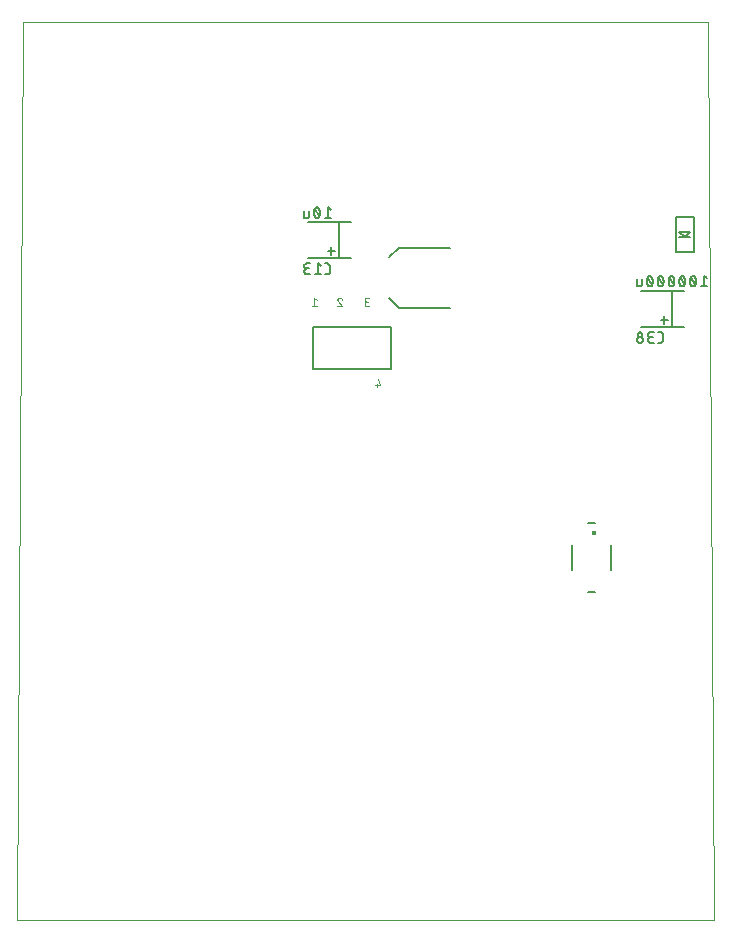
<source format=gbo>
G75*
%MOIN*%
%OFA0B0*%
%FSLAX25Y25*%
%IPPOS*%
%LPD*%
%AMOC8*
5,1,8,0,0,1.08239X$1,22.5*
%
%ADD10C,0.00000*%
%ADD11C,0.00800*%
%ADD12C,0.00400*%
%ADD13C,0.01433*%
%ADD14C,0.00700*%
%ADD15C,0.00500*%
D10*
X0006969Y0009400D02*
X0008937Y0308613D01*
X0237283Y0308613D01*
X0239252Y0009400D01*
X0006969Y0009400D01*
D11*
X0105624Y0192837D02*
X0131424Y0192837D01*
X0131424Y0206837D01*
X0105624Y0206837D01*
X0105624Y0192837D01*
X0130984Y0216447D02*
X0134134Y0213298D01*
X0151063Y0213298D01*
X0151063Y0233376D02*
X0134134Y0233376D01*
X0130984Y0230227D01*
X0197094Y0141534D02*
X0199457Y0141534D01*
X0204772Y0134250D02*
X0204772Y0125983D01*
X0199457Y0118699D02*
X0197094Y0118699D01*
X0191780Y0125983D02*
X0191780Y0134250D01*
D12*
X0127779Y0187459D02*
X0126224Y0187459D01*
X0126690Y0188081D02*
X0126690Y0186837D01*
X0127779Y0187459D02*
X0127157Y0189637D01*
X0124298Y0213837D02*
X0123520Y0213837D01*
X0123464Y0213839D01*
X0123409Y0213845D01*
X0123355Y0213855D01*
X0123301Y0213869D01*
X0123248Y0213886D01*
X0123197Y0213907D01*
X0123147Y0213932D01*
X0123099Y0213961D01*
X0123054Y0213992D01*
X0123011Y0214027D01*
X0122970Y0214065D01*
X0122932Y0214106D01*
X0122897Y0214149D01*
X0122866Y0214194D01*
X0122837Y0214242D01*
X0122812Y0214292D01*
X0122791Y0214343D01*
X0122774Y0214396D01*
X0122760Y0214450D01*
X0122750Y0214504D01*
X0122744Y0214559D01*
X0122742Y0214615D01*
X0122744Y0214671D01*
X0122750Y0214726D01*
X0122760Y0214780D01*
X0122774Y0214834D01*
X0122791Y0214887D01*
X0122812Y0214938D01*
X0122837Y0214988D01*
X0122866Y0215036D01*
X0122897Y0215081D01*
X0122932Y0215124D01*
X0122970Y0215165D01*
X0123011Y0215203D01*
X0123054Y0215238D01*
X0123099Y0215269D01*
X0123147Y0215298D01*
X0123197Y0215323D01*
X0123248Y0215344D01*
X0123301Y0215361D01*
X0123355Y0215375D01*
X0123409Y0215385D01*
X0123464Y0215391D01*
X0123520Y0215393D01*
X0123365Y0215393D02*
X0123987Y0215393D01*
X0123365Y0215393D02*
X0123316Y0215395D01*
X0123268Y0215401D01*
X0123220Y0215410D01*
X0123173Y0215423D01*
X0123127Y0215440D01*
X0123083Y0215461D01*
X0123040Y0215485D01*
X0122999Y0215512D01*
X0122961Y0215542D01*
X0122925Y0215575D01*
X0122892Y0215611D01*
X0122862Y0215649D01*
X0122835Y0215690D01*
X0122811Y0215733D01*
X0122790Y0215777D01*
X0122773Y0215823D01*
X0122760Y0215870D01*
X0122751Y0215918D01*
X0122745Y0215966D01*
X0122743Y0216015D01*
X0122745Y0216064D01*
X0122751Y0216112D01*
X0122760Y0216160D01*
X0122773Y0216207D01*
X0122790Y0216253D01*
X0122811Y0216297D01*
X0122835Y0216340D01*
X0122862Y0216381D01*
X0122892Y0216419D01*
X0122925Y0216455D01*
X0122961Y0216488D01*
X0122999Y0216518D01*
X0123040Y0216545D01*
X0123083Y0216569D01*
X0123127Y0216590D01*
X0123173Y0216607D01*
X0123220Y0216620D01*
X0123268Y0216629D01*
X0123316Y0216635D01*
X0123365Y0216637D01*
X0124298Y0216637D01*
X0115198Y0213874D02*
X0113643Y0213874D01*
X0115198Y0213874D02*
X0113876Y0215430D01*
X0114343Y0216674D02*
X0114399Y0216672D01*
X0114456Y0216667D01*
X0114512Y0216658D01*
X0114567Y0216646D01*
X0114621Y0216630D01*
X0114674Y0216611D01*
X0114726Y0216588D01*
X0114776Y0216563D01*
X0114825Y0216534D01*
X0114872Y0216502D01*
X0114916Y0216467D01*
X0114959Y0216430D01*
X0114999Y0216390D01*
X0115036Y0216348D01*
X0115071Y0216303D01*
X0115102Y0216256D01*
X0115131Y0216207D01*
X0115157Y0216157D01*
X0115179Y0216105D01*
X0115198Y0216052D01*
X0113875Y0215429D02*
X0113840Y0215466D01*
X0113807Y0215504D01*
X0113776Y0215545D01*
X0113749Y0215587D01*
X0113724Y0215632D01*
X0113703Y0215678D01*
X0113684Y0215725D01*
X0113669Y0215773D01*
X0113657Y0215823D01*
X0113649Y0215873D01*
X0113644Y0215923D01*
X0113642Y0215974D01*
X0113643Y0215974D02*
X0113645Y0216024D01*
X0113650Y0216074D01*
X0113659Y0216123D01*
X0113671Y0216171D01*
X0113687Y0216219D01*
X0113706Y0216265D01*
X0113729Y0216309D01*
X0113754Y0216352D01*
X0113783Y0216393D01*
X0113814Y0216432D01*
X0113848Y0216469D01*
X0113885Y0216503D01*
X0113924Y0216534D01*
X0113965Y0216563D01*
X0114008Y0216588D01*
X0114052Y0216611D01*
X0114098Y0216630D01*
X0114146Y0216646D01*
X0114194Y0216658D01*
X0114243Y0216667D01*
X0114293Y0216672D01*
X0114343Y0216674D01*
X0106686Y0216015D02*
X0105908Y0216637D01*
X0105908Y0213837D01*
X0105131Y0213837D02*
X0106686Y0213837D01*
D13*
X0199063Y0138187D03*
D14*
X0214951Y0206953D02*
X0225177Y0206953D01*
X0225177Y0218941D01*
X0229065Y0218941D01*
X0225177Y0218941D02*
X0214951Y0218941D01*
X0222643Y0210541D02*
X0222643Y0208041D01*
X0221393Y0209291D02*
X0223893Y0209291D01*
X0225177Y0206953D02*
X0229065Y0206953D01*
X0118081Y0229843D02*
X0114193Y0229843D01*
X0114193Y0241831D01*
X0118081Y0241831D01*
X0114193Y0241831D02*
X0103967Y0241831D01*
X0110409Y0232181D02*
X0112909Y0232181D01*
X0111659Y0230931D02*
X0111659Y0233431D01*
X0114193Y0229843D02*
X0103967Y0229843D01*
D15*
X0104468Y0228087D02*
X0103301Y0228087D01*
X0103245Y0228085D01*
X0103190Y0228079D01*
X0103136Y0228069D01*
X0103082Y0228055D01*
X0103029Y0228038D01*
X0102978Y0228017D01*
X0102928Y0227992D01*
X0102880Y0227963D01*
X0102835Y0227932D01*
X0102792Y0227897D01*
X0102751Y0227859D01*
X0102713Y0227818D01*
X0102678Y0227775D01*
X0102647Y0227730D01*
X0102618Y0227682D01*
X0102593Y0227632D01*
X0102572Y0227581D01*
X0102555Y0227528D01*
X0102541Y0227474D01*
X0102531Y0227420D01*
X0102525Y0227365D01*
X0102523Y0227309D01*
X0102525Y0227253D01*
X0102531Y0227198D01*
X0102541Y0227144D01*
X0102555Y0227090D01*
X0102572Y0227037D01*
X0102593Y0226986D01*
X0102618Y0226936D01*
X0102647Y0226888D01*
X0102678Y0226843D01*
X0102713Y0226800D01*
X0102751Y0226759D01*
X0102792Y0226721D01*
X0102835Y0226686D01*
X0102880Y0226655D01*
X0102928Y0226626D01*
X0102978Y0226601D01*
X0103029Y0226580D01*
X0103082Y0226563D01*
X0103136Y0226549D01*
X0103190Y0226539D01*
X0103245Y0226533D01*
X0103301Y0226531D01*
X0104079Y0226531D01*
X0103496Y0226531D02*
X0103435Y0226529D01*
X0103374Y0226523D01*
X0103314Y0226514D01*
X0103254Y0226500D01*
X0103196Y0226483D01*
X0103138Y0226463D01*
X0103082Y0226438D01*
X0103028Y0226411D01*
X0102975Y0226380D01*
X0102925Y0226345D01*
X0102876Y0226308D01*
X0102831Y0226268D01*
X0102787Y0226224D01*
X0102747Y0226179D01*
X0102710Y0226130D01*
X0102675Y0226080D01*
X0102644Y0226027D01*
X0102617Y0225973D01*
X0102592Y0225917D01*
X0102572Y0225859D01*
X0102555Y0225801D01*
X0102541Y0225741D01*
X0102532Y0225681D01*
X0102526Y0225620D01*
X0102524Y0225559D01*
X0102526Y0225498D01*
X0102532Y0225437D01*
X0102541Y0225377D01*
X0102555Y0225317D01*
X0102572Y0225259D01*
X0102592Y0225201D01*
X0102617Y0225145D01*
X0102644Y0225091D01*
X0102675Y0225038D01*
X0102710Y0224988D01*
X0102747Y0224939D01*
X0102787Y0224894D01*
X0102831Y0224850D01*
X0102876Y0224810D01*
X0102925Y0224773D01*
X0102975Y0224738D01*
X0103028Y0224707D01*
X0103082Y0224680D01*
X0103138Y0224655D01*
X0103196Y0224635D01*
X0103254Y0224618D01*
X0103314Y0224604D01*
X0103374Y0224595D01*
X0103435Y0224589D01*
X0103496Y0224587D01*
X0104468Y0224587D01*
X0106124Y0224587D02*
X0108068Y0224587D01*
X0107096Y0224587D02*
X0107096Y0228087D01*
X0108068Y0227309D01*
X0109526Y0228087D02*
X0110304Y0228087D01*
X0110360Y0228085D01*
X0110415Y0228079D01*
X0110469Y0228069D01*
X0110523Y0228055D01*
X0110576Y0228038D01*
X0110627Y0228017D01*
X0110677Y0227992D01*
X0110725Y0227963D01*
X0110770Y0227932D01*
X0110813Y0227897D01*
X0110854Y0227859D01*
X0110892Y0227818D01*
X0110927Y0227775D01*
X0110959Y0227730D01*
X0110987Y0227682D01*
X0111012Y0227632D01*
X0111033Y0227581D01*
X0111050Y0227528D01*
X0111064Y0227474D01*
X0111074Y0227420D01*
X0111080Y0227365D01*
X0111082Y0227309D01*
X0111081Y0227309D02*
X0111081Y0225365D01*
X0111082Y0225365D02*
X0111080Y0225312D01*
X0111075Y0225259D01*
X0111066Y0225207D01*
X0111053Y0225155D01*
X0111037Y0225104D01*
X0111018Y0225055D01*
X0110995Y0225007D01*
X0110969Y0224961D01*
X0110940Y0224916D01*
X0110908Y0224874D01*
X0110873Y0224834D01*
X0110835Y0224796D01*
X0110795Y0224761D01*
X0110753Y0224729D01*
X0110708Y0224700D01*
X0110662Y0224674D01*
X0110614Y0224651D01*
X0110565Y0224632D01*
X0110514Y0224616D01*
X0110462Y0224603D01*
X0110410Y0224594D01*
X0110357Y0224589D01*
X0110304Y0224587D01*
X0109526Y0224587D01*
X0109409Y0243337D02*
X0111354Y0243337D01*
X0110381Y0243337D02*
X0110381Y0246837D01*
X0111354Y0246059D01*
X0105809Y0245087D02*
X0105811Y0244986D01*
X0105816Y0244886D01*
X0105825Y0244786D01*
X0105837Y0244686D01*
X0105853Y0244586D01*
X0105872Y0244488D01*
X0105895Y0244390D01*
X0105921Y0244292D01*
X0105950Y0244196D01*
X0105983Y0244101D01*
X0106019Y0244007D01*
X0106058Y0243914D01*
X0106101Y0243823D01*
X0106120Y0243774D01*
X0106142Y0243726D01*
X0106168Y0243681D01*
X0106197Y0243637D01*
X0106229Y0243595D01*
X0106264Y0243556D01*
X0106302Y0243520D01*
X0106342Y0243487D01*
X0106385Y0243456D01*
X0106430Y0243429D01*
X0106476Y0243405D01*
X0106524Y0243384D01*
X0106574Y0243367D01*
X0106625Y0243354D01*
X0106676Y0243345D01*
X0106729Y0243339D01*
X0106781Y0243337D01*
X0106833Y0243339D01*
X0106886Y0243345D01*
X0106937Y0243354D01*
X0106988Y0243367D01*
X0107038Y0243384D01*
X0107086Y0243405D01*
X0107132Y0243429D01*
X0107177Y0243456D01*
X0107220Y0243487D01*
X0107260Y0243520D01*
X0107298Y0243556D01*
X0107333Y0243595D01*
X0107365Y0243637D01*
X0107394Y0243681D01*
X0107420Y0243726D01*
X0107442Y0243774D01*
X0107461Y0243823D01*
X0107559Y0244115D02*
X0106004Y0246059D01*
X0106781Y0246837D02*
X0106833Y0246835D01*
X0106886Y0246829D01*
X0106937Y0246820D01*
X0106988Y0246807D01*
X0107038Y0246790D01*
X0107086Y0246769D01*
X0107132Y0246745D01*
X0107177Y0246718D01*
X0107220Y0246687D01*
X0107260Y0246654D01*
X0107298Y0246618D01*
X0107333Y0246579D01*
X0107365Y0246537D01*
X0107394Y0246493D01*
X0107420Y0246448D01*
X0107442Y0246400D01*
X0107461Y0246351D01*
X0106781Y0246837D02*
X0106729Y0246835D01*
X0106676Y0246829D01*
X0106625Y0246820D01*
X0106574Y0246807D01*
X0106524Y0246790D01*
X0106476Y0246769D01*
X0106429Y0246745D01*
X0106385Y0246718D01*
X0106342Y0246687D01*
X0106302Y0246654D01*
X0106264Y0246618D01*
X0106229Y0246579D01*
X0106197Y0246537D01*
X0106168Y0246493D01*
X0106142Y0246448D01*
X0106120Y0246400D01*
X0106101Y0246351D01*
X0107461Y0246351D02*
X0107504Y0246260D01*
X0107543Y0246167D01*
X0107579Y0246073D01*
X0107612Y0245978D01*
X0107641Y0245882D01*
X0107667Y0245784D01*
X0107690Y0245686D01*
X0107709Y0245588D01*
X0107725Y0245488D01*
X0107737Y0245388D01*
X0107746Y0245288D01*
X0107751Y0245188D01*
X0107753Y0245087D01*
X0105809Y0245087D02*
X0105811Y0245188D01*
X0105816Y0245288D01*
X0105825Y0245388D01*
X0105837Y0245488D01*
X0105853Y0245588D01*
X0105872Y0245686D01*
X0105895Y0245784D01*
X0105921Y0245882D01*
X0105950Y0245978D01*
X0105983Y0246073D01*
X0106019Y0246167D01*
X0106058Y0246260D01*
X0106101Y0246351D01*
X0107753Y0245087D02*
X0107751Y0244986D01*
X0107746Y0244886D01*
X0107737Y0244786D01*
X0107725Y0244686D01*
X0107709Y0244586D01*
X0107690Y0244488D01*
X0107667Y0244390D01*
X0107641Y0244292D01*
X0107612Y0244196D01*
X0107579Y0244101D01*
X0107543Y0244007D01*
X0107504Y0243914D01*
X0107461Y0243823D01*
X0104079Y0243920D02*
X0104079Y0245670D01*
X0102524Y0245670D02*
X0102524Y0243337D01*
X0103496Y0243337D01*
X0103544Y0243339D01*
X0103592Y0243345D01*
X0103639Y0243355D01*
X0103685Y0243369D01*
X0103730Y0243386D01*
X0103773Y0243407D01*
X0103815Y0243432D01*
X0103854Y0243460D01*
X0103891Y0243491D01*
X0103925Y0243525D01*
X0103956Y0243562D01*
X0103984Y0243601D01*
X0104009Y0243643D01*
X0104030Y0243686D01*
X0104047Y0243731D01*
X0104061Y0243777D01*
X0104071Y0243824D01*
X0104077Y0243872D01*
X0104079Y0243920D01*
X0213508Y0222781D02*
X0213508Y0220447D01*
X0214480Y0220447D01*
X0214480Y0220448D02*
X0214528Y0220450D01*
X0214576Y0220456D01*
X0214623Y0220466D01*
X0214669Y0220480D01*
X0214714Y0220497D01*
X0214757Y0220518D01*
X0214799Y0220543D01*
X0214838Y0220571D01*
X0214875Y0220602D01*
X0214909Y0220636D01*
X0214940Y0220673D01*
X0214968Y0220712D01*
X0214993Y0220754D01*
X0215014Y0220797D01*
X0215031Y0220842D01*
X0215045Y0220888D01*
X0215055Y0220935D01*
X0215061Y0220983D01*
X0215063Y0221031D01*
X0215063Y0222781D01*
X0218737Y0222197D02*
X0218735Y0222096D01*
X0218730Y0221996D01*
X0218721Y0221896D01*
X0218709Y0221796D01*
X0218693Y0221696D01*
X0218674Y0221598D01*
X0218651Y0221500D01*
X0218625Y0221402D01*
X0218596Y0221306D01*
X0218563Y0221211D01*
X0218527Y0221117D01*
X0218488Y0221024D01*
X0218445Y0220933D01*
X0218543Y0221225D02*
X0216988Y0223169D01*
X0217086Y0223461D02*
X0217105Y0223510D01*
X0217127Y0223558D01*
X0217153Y0223603D01*
X0217182Y0223647D01*
X0217214Y0223689D01*
X0217249Y0223728D01*
X0217287Y0223764D01*
X0217327Y0223797D01*
X0217370Y0223828D01*
X0217414Y0223855D01*
X0217461Y0223879D01*
X0217509Y0223900D01*
X0217559Y0223917D01*
X0217610Y0223930D01*
X0217661Y0223939D01*
X0217714Y0223945D01*
X0217766Y0223947D01*
X0217818Y0223945D01*
X0217871Y0223939D01*
X0217922Y0223930D01*
X0217973Y0223917D01*
X0218023Y0223900D01*
X0218071Y0223879D01*
X0218117Y0223855D01*
X0218162Y0223828D01*
X0218205Y0223797D01*
X0218245Y0223764D01*
X0218283Y0223728D01*
X0218318Y0223689D01*
X0218350Y0223647D01*
X0218379Y0223603D01*
X0218405Y0223558D01*
X0218427Y0223510D01*
X0218446Y0223461D01*
X0222337Y0222197D02*
X0222335Y0222096D01*
X0222330Y0221996D01*
X0222321Y0221896D01*
X0222309Y0221796D01*
X0222293Y0221696D01*
X0222274Y0221598D01*
X0222251Y0221500D01*
X0222225Y0221402D01*
X0222196Y0221306D01*
X0222163Y0221211D01*
X0222127Y0221117D01*
X0222088Y0221024D01*
X0222045Y0220933D01*
X0222143Y0221225D02*
X0220588Y0223169D01*
X0220686Y0223461D02*
X0220705Y0223510D01*
X0220727Y0223558D01*
X0220753Y0223603D01*
X0220782Y0223647D01*
X0220814Y0223689D01*
X0220849Y0223728D01*
X0220887Y0223764D01*
X0220927Y0223797D01*
X0220970Y0223828D01*
X0221014Y0223855D01*
X0221061Y0223879D01*
X0221109Y0223900D01*
X0221159Y0223917D01*
X0221210Y0223930D01*
X0221261Y0223939D01*
X0221314Y0223945D01*
X0221366Y0223947D01*
X0221418Y0223945D01*
X0221471Y0223939D01*
X0221522Y0223930D01*
X0221573Y0223917D01*
X0221623Y0223900D01*
X0221671Y0223879D01*
X0221717Y0223855D01*
X0221762Y0223828D01*
X0221805Y0223797D01*
X0221845Y0223764D01*
X0221883Y0223728D01*
X0221918Y0223689D01*
X0221950Y0223647D01*
X0221979Y0223603D01*
X0222005Y0223558D01*
X0222027Y0223510D01*
X0222046Y0223461D01*
X0225937Y0222197D02*
X0225935Y0222096D01*
X0225930Y0221996D01*
X0225921Y0221896D01*
X0225909Y0221796D01*
X0225893Y0221696D01*
X0225874Y0221598D01*
X0225851Y0221500D01*
X0225825Y0221402D01*
X0225796Y0221306D01*
X0225763Y0221211D01*
X0225727Y0221117D01*
X0225688Y0221024D01*
X0225645Y0220933D01*
X0225743Y0221225D02*
X0224188Y0223169D01*
X0224286Y0223461D02*
X0224305Y0223510D01*
X0224327Y0223558D01*
X0224353Y0223603D01*
X0224382Y0223647D01*
X0224414Y0223689D01*
X0224449Y0223728D01*
X0224487Y0223764D01*
X0224527Y0223797D01*
X0224570Y0223828D01*
X0224614Y0223855D01*
X0224661Y0223879D01*
X0224709Y0223900D01*
X0224759Y0223917D01*
X0224810Y0223930D01*
X0224861Y0223939D01*
X0224914Y0223945D01*
X0224966Y0223947D01*
X0225018Y0223945D01*
X0225071Y0223939D01*
X0225122Y0223930D01*
X0225173Y0223917D01*
X0225223Y0223900D01*
X0225271Y0223879D01*
X0225317Y0223855D01*
X0225362Y0223828D01*
X0225405Y0223797D01*
X0225445Y0223764D01*
X0225483Y0223728D01*
X0225518Y0223689D01*
X0225550Y0223647D01*
X0225579Y0223603D01*
X0225605Y0223558D01*
X0225627Y0223510D01*
X0225646Y0223461D01*
X0229537Y0222197D02*
X0229535Y0222096D01*
X0229530Y0221996D01*
X0229521Y0221896D01*
X0229509Y0221796D01*
X0229493Y0221696D01*
X0229474Y0221598D01*
X0229451Y0221500D01*
X0229425Y0221402D01*
X0229396Y0221306D01*
X0229363Y0221211D01*
X0229327Y0221117D01*
X0229288Y0221024D01*
X0229245Y0220933D01*
X0229343Y0221225D02*
X0227788Y0223169D01*
X0227886Y0223461D02*
X0227905Y0223510D01*
X0227927Y0223558D01*
X0227953Y0223603D01*
X0227982Y0223647D01*
X0228014Y0223689D01*
X0228049Y0223728D01*
X0228087Y0223764D01*
X0228127Y0223797D01*
X0228170Y0223828D01*
X0228214Y0223855D01*
X0228261Y0223879D01*
X0228309Y0223900D01*
X0228359Y0223917D01*
X0228410Y0223930D01*
X0228461Y0223939D01*
X0228514Y0223945D01*
X0228566Y0223947D01*
X0228618Y0223945D01*
X0228671Y0223939D01*
X0228722Y0223930D01*
X0228773Y0223917D01*
X0228823Y0223900D01*
X0228871Y0223879D01*
X0228917Y0223855D01*
X0228962Y0223828D01*
X0229005Y0223797D01*
X0229045Y0223764D01*
X0229083Y0223728D01*
X0229118Y0223689D01*
X0229150Y0223647D01*
X0229179Y0223603D01*
X0229205Y0223558D01*
X0229227Y0223510D01*
X0229246Y0223461D01*
X0233137Y0222197D02*
X0233135Y0222096D01*
X0233130Y0221996D01*
X0233121Y0221896D01*
X0233109Y0221796D01*
X0233093Y0221696D01*
X0233074Y0221598D01*
X0233051Y0221500D01*
X0233025Y0221402D01*
X0232996Y0221306D01*
X0232963Y0221211D01*
X0232927Y0221117D01*
X0232888Y0221024D01*
X0232845Y0220933D01*
X0232943Y0221225D02*
X0231388Y0223169D01*
X0231486Y0223461D02*
X0231505Y0223510D01*
X0231527Y0223558D01*
X0231553Y0223603D01*
X0231582Y0223647D01*
X0231614Y0223689D01*
X0231649Y0223728D01*
X0231687Y0223764D01*
X0231727Y0223797D01*
X0231770Y0223828D01*
X0231814Y0223855D01*
X0231861Y0223879D01*
X0231909Y0223900D01*
X0231959Y0223917D01*
X0232010Y0223930D01*
X0232061Y0223939D01*
X0232114Y0223945D01*
X0232166Y0223947D01*
X0232218Y0223945D01*
X0232271Y0223939D01*
X0232322Y0223930D01*
X0232373Y0223917D01*
X0232423Y0223900D01*
X0232471Y0223879D01*
X0232517Y0223855D01*
X0232562Y0223828D01*
X0232605Y0223797D01*
X0232645Y0223764D01*
X0232683Y0223728D01*
X0232718Y0223689D01*
X0232750Y0223647D01*
X0232779Y0223603D01*
X0232805Y0223558D01*
X0232827Y0223510D01*
X0232846Y0223461D01*
X0231486Y0223461D02*
X0231443Y0223370D01*
X0231404Y0223277D01*
X0231368Y0223183D01*
X0231335Y0223088D01*
X0231306Y0222992D01*
X0231280Y0222894D01*
X0231257Y0222796D01*
X0231238Y0222698D01*
X0231222Y0222598D01*
X0231210Y0222498D01*
X0231201Y0222398D01*
X0231196Y0222298D01*
X0231194Y0222197D01*
X0227886Y0220933D02*
X0227843Y0221024D01*
X0227804Y0221117D01*
X0227768Y0221211D01*
X0227735Y0221306D01*
X0227706Y0221402D01*
X0227680Y0221500D01*
X0227657Y0221598D01*
X0227638Y0221696D01*
X0227622Y0221796D01*
X0227610Y0221896D01*
X0227601Y0221996D01*
X0227596Y0222096D01*
X0227594Y0222197D01*
X0224286Y0220933D02*
X0224243Y0221024D01*
X0224204Y0221117D01*
X0224168Y0221211D01*
X0224135Y0221306D01*
X0224106Y0221402D01*
X0224080Y0221500D01*
X0224057Y0221598D01*
X0224038Y0221696D01*
X0224022Y0221796D01*
X0224010Y0221896D01*
X0224001Y0221996D01*
X0223996Y0222096D01*
X0223994Y0222197D01*
X0220686Y0220933D02*
X0220643Y0221024D01*
X0220604Y0221117D01*
X0220568Y0221211D01*
X0220535Y0221306D01*
X0220506Y0221402D01*
X0220480Y0221500D01*
X0220457Y0221598D01*
X0220438Y0221696D01*
X0220422Y0221796D01*
X0220410Y0221896D01*
X0220401Y0221996D01*
X0220396Y0222096D01*
X0220394Y0222197D01*
X0217086Y0220933D02*
X0217043Y0221024D01*
X0217004Y0221117D01*
X0216968Y0221211D01*
X0216935Y0221306D01*
X0216906Y0221402D01*
X0216880Y0221500D01*
X0216857Y0221598D01*
X0216838Y0221696D01*
X0216822Y0221796D01*
X0216810Y0221896D01*
X0216801Y0221996D01*
X0216796Y0222096D01*
X0216794Y0222197D01*
X0218738Y0222197D02*
X0218736Y0222298D01*
X0218731Y0222398D01*
X0218722Y0222498D01*
X0218710Y0222598D01*
X0218694Y0222698D01*
X0218675Y0222796D01*
X0218652Y0222894D01*
X0218626Y0222992D01*
X0218597Y0223088D01*
X0218564Y0223183D01*
X0218528Y0223277D01*
X0218489Y0223370D01*
X0218446Y0223461D01*
X0222046Y0223461D02*
X0222089Y0223370D01*
X0222128Y0223277D01*
X0222164Y0223183D01*
X0222197Y0223088D01*
X0222226Y0222992D01*
X0222252Y0222894D01*
X0222275Y0222796D01*
X0222294Y0222698D01*
X0222310Y0222598D01*
X0222322Y0222498D01*
X0222331Y0222398D01*
X0222336Y0222298D01*
X0222338Y0222197D01*
X0225646Y0223461D02*
X0225689Y0223370D01*
X0225728Y0223277D01*
X0225764Y0223183D01*
X0225797Y0223088D01*
X0225826Y0222992D01*
X0225852Y0222894D01*
X0225875Y0222796D01*
X0225894Y0222698D01*
X0225910Y0222598D01*
X0225922Y0222498D01*
X0225931Y0222398D01*
X0225936Y0222298D01*
X0225938Y0222197D01*
X0229246Y0223461D02*
X0229289Y0223370D01*
X0229328Y0223277D01*
X0229364Y0223183D01*
X0229397Y0223088D01*
X0229426Y0222992D01*
X0229452Y0222894D01*
X0229475Y0222796D01*
X0229494Y0222698D01*
X0229510Y0222598D01*
X0229522Y0222498D01*
X0229531Y0222398D01*
X0229536Y0222298D01*
X0229538Y0222197D01*
X0232846Y0223461D02*
X0232889Y0223370D01*
X0232928Y0223277D01*
X0232964Y0223183D01*
X0232997Y0223088D01*
X0233026Y0222992D01*
X0233052Y0222894D01*
X0233075Y0222796D01*
X0233094Y0222698D01*
X0233110Y0222598D01*
X0233122Y0222498D01*
X0233131Y0222398D01*
X0233136Y0222298D01*
X0233138Y0222197D01*
X0231194Y0222197D02*
X0231196Y0222096D01*
X0231201Y0221996D01*
X0231210Y0221896D01*
X0231222Y0221796D01*
X0231238Y0221696D01*
X0231257Y0221598D01*
X0231280Y0221500D01*
X0231306Y0221402D01*
X0231335Y0221306D01*
X0231368Y0221211D01*
X0231404Y0221117D01*
X0231443Y0221024D01*
X0231486Y0220933D01*
X0231486Y0220934D02*
X0231505Y0220885D01*
X0231527Y0220837D01*
X0231553Y0220792D01*
X0231582Y0220748D01*
X0231614Y0220706D01*
X0231649Y0220667D01*
X0231687Y0220631D01*
X0231727Y0220598D01*
X0231770Y0220567D01*
X0231815Y0220540D01*
X0231861Y0220516D01*
X0231909Y0220495D01*
X0231959Y0220478D01*
X0232010Y0220465D01*
X0232061Y0220456D01*
X0232114Y0220450D01*
X0232166Y0220448D01*
X0232218Y0220450D01*
X0232271Y0220456D01*
X0232322Y0220465D01*
X0232373Y0220478D01*
X0232423Y0220495D01*
X0232471Y0220516D01*
X0232517Y0220540D01*
X0232562Y0220567D01*
X0232605Y0220598D01*
X0232645Y0220631D01*
X0232683Y0220667D01*
X0232718Y0220706D01*
X0232750Y0220748D01*
X0232779Y0220792D01*
X0232805Y0220837D01*
X0232827Y0220885D01*
X0232846Y0220934D01*
X0234793Y0220447D02*
X0236738Y0220447D01*
X0235766Y0220447D02*
X0235766Y0223947D01*
X0236738Y0223169D01*
X0227886Y0223461D02*
X0227843Y0223370D01*
X0227804Y0223277D01*
X0227768Y0223183D01*
X0227735Y0223088D01*
X0227706Y0222992D01*
X0227680Y0222894D01*
X0227657Y0222796D01*
X0227638Y0222698D01*
X0227622Y0222598D01*
X0227610Y0222498D01*
X0227601Y0222398D01*
X0227596Y0222298D01*
X0227594Y0222197D01*
X0224286Y0223461D02*
X0224243Y0223370D01*
X0224204Y0223277D01*
X0224168Y0223183D01*
X0224135Y0223088D01*
X0224106Y0222992D01*
X0224080Y0222894D01*
X0224057Y0222796D01*
X0224038Y0222698D01*
X0224022Y0222598D01*
X0224010Y0222498D01*
X0224001Y0222398D01*
X0223996Y0222298D01*
X0223994Y0222197D01*
X0220686Y0223461D02*
X0220643Y0223370D01*
X0220604Y0223277D01*
X0220568Y0223183D01*
X0220535Y0223088D01*
X0220506Y0222992D01*
X0220480Y0222894D01*
X0220457Y0222796D01*
X0220438Y0222698D01*
X0220422Y0222598D01*
X0220410Y0222498D01*
X0220401Y0222398D01*
X0220396Y0222298D01*
X0220394Y0222197D01*
X0217086Y0223461D02*
X0217043Y0223370D01*
X0217004Y0223277D01*
X0216968Y0223183D01*
X0216935Y0223088D01*
X0216906Y0222992D01*
X0216880Y0222894D01*
X0216857Y0222796D01*
X0216838Y0222698D01*
X0216822Y0222598D01*
X0216810Y0222498D01*
X0216801Y0222398D01*
X0216796Y0222298D01*
X0216794Y0222197D01*
X0217766Y0220448D02*
X0217818Y0220450D01*
X0217871Y0220456D01*
X0217922Y0220465D01*
X0217973Y0220478D01*
X0218023Y0220495D01*
X0218071Y0220516D01*
X0218117Y0220540D01*
X0218162Y0220567D01*
X0218205Y0220598D01*
X0218245Y0220631D01*
X0218283Y0220667D01*
X0218318Y0220706D01*
X0218350Y0220748D01*
X0218379Y0220792D01*
X0218405Y0220837D01*
X0218427Y0220885D01*
X0218446Y0220934D01*
X0217766Y0220448D02*
X0217714Y0220450D01*
X0217661Y0220456D01*
X0217610Y0220465D01*
X0217559Y0220478D01*
X0217509Y0220495D01*
X0217461Y0220516D01*
X0217415Y0220540D01*
X0217370Y0220567D01*
X0217327Y0220598D01*
X0217287Y0220631D01*
X0217249Y0220667D01*
X0217214Y0220706D01*
X0217182Y0220748D01*
X0217153Y0220792D01*
X0217127Y0220837D01*
X0217105Y0220885D01*
X0217086Y0220934D01*
X0220686Y0220934D02*
X0220705Y0220885D01*
X0220727Y0220837D01*
X0220753Y0220792D01*
X0220782Y0220748D01*
X0220814Y0220706D01*
X0220849Y0220667D01*
X0220887Y0220631D01*
X0220927Y0220598D01*
X0220970Y0220567D01*
X0221015Y0220540D01*
X0221061Y0220516D01*
X0221109Y0220495D01*
X0221159Y0220478D01*
X0221210Y0220465D01*
X0221261Y0220456D01*
X0221314Y0220450D01*
X0221366Y0220448D01*
X0221418Y0220450D01*
X0221471Y0220456D01*
X0221522Y0220465D01*
X0221573Y0220478D01*
X0221623Y0220495D01*
X0221671Y0220516D01*
X0221717Y0220540D01*
X0221762Y0220567D01*
X0221805Y0220598D01*
X0221845Y0220631D01*
X0221883Y0220667D01*
X0221918Y0220706D01*
X0221950Y0220748D01*
X0221979Y0220792D01*
X0222005Y0220837D01*
X0222027Y0220885D01*
X0222046Y0220934D01*
X0224286Y0220934D02*
X0224305Y0220885D01*
X0224327Y0220837D01*
X0224353Y0220792D01*
X0224382Y0220748D01*
X0224414Y0220706D01*
X0224449Y0220667D01*
X0224487Y0220631D01*
X0224527Y0220598D01*
X0224570Y0220567D01*
X0224615Y0220540D01*
X0224661Y0220516D01*
X0224709Y0220495D01*
X0224759Y0220478D01*
X0224810Y0220465D01*
X0224861Y0220456D01*
X0224914Y0220450D01*
X0224966Y0220448D01*
X0225018Y0220450D01*
X0225071Y0220456D01*
X0225122Y0220465D01*
X0225173Y0220478D01*
X0225223Y0220495D01*
X0225271Y0220516D01*
X0225317Y0220540D01*
X0225362Y0220567D01*
X0225405Y0220598D01*
X0225445Y0220631D01*
X0225483Y0220667D01*
X0225518Y0220706D01*
X0225550Y0220748D01*
X0225579Y0220792D01*
X0225605Y0220837D01*
X0225627Y0220885D01*
X0225646Y0220934D01*
X0227886Y0220934D02*
X0227905Y0220885D01*
X0227927Y0220837D01*
X0227953Y0220792D01*
X0227982Y0220748D01*
X0228014Y0220706D01*
X0228049Y0220667D01*
X0228087Y0220631D01*
X0228127Y0220598D01*
X0228170Y0220567D01*
X0228215Y0220540D01*
X0228261Y0220516D01*
X0228309Y0220495D01*
X0228359Y0220478D01*
X0228410Y0220465D01*
X0228461Y0220456D01*
X0228514Y0220450D01*
X0228566Y0220448D01*
X0228618Y0220450D01*
X0228671Y0220456D01*
X0228722Y0220465D01*
X0228773Y0220478D01*
X0228823Y0220495D01*
X0228871Y0220516D01*
X0228917Y0220540D01*
X0228962Y0220567D01*
X0229005Y0220598D01*
X0229045Y0220631D01*
X0229083Y0220667D01*
X0229118Y0220706D01*
X0229150Y0220748D01*
X0229179Y0220792D01*
X0229205Y0220837D01*
X0229227Y0220885D01*
X0229246Y0220934D01*
X0226457Y0231841D02*
X0226457Y0243652D01*
X0232362Y0243652D01*
X0232362Y0231841D01*
X0226457Y0231841D01*
X0227659Y0236996D02*
X0231159Y0236996D01*
X0231159Y0238496D02*
X0229409Y0236996D01*
X0227659Y0238496D01*
X0231159Y0238496D01*
X0221288Y0205197D02*
X0220510Y0205197D01*
X0221288Y0205197D02*
X0221344Y0205195D01*
X0221399Y0205189D01*
X0221453Y0205179D01*
X0221507Y0205165D01*
X0221560Y0205148D01*
X0221611Y0205127D01*
X0221661Y0205102D01*
X0221709Y0205073D01*
X0221754Y0205042D01*
X0221797Y0205007D01*
X0221838Y0204969D01*
X0221876Y0204928D01*
X0221911Y0204885D01*
X0221943Y0204840D01*
X0221971Y0204792D01*
X0221996Y0204742D01*
X0222017Y0204691D01*
X0222034Y0204638D01*
X0222048Y0204584D01*
X0222058Y0204530D01*
X0222064Y0204475D01*
X0222066Y0204419D01*
X0222066Y0202475D01*
X0222064Y0202422D01*
X0222059Y0202369D01*
X0222050Y0202317D01*
X0222037Y0202265D01*
X0222021Y0202214D01*
X0222002Y0202165D01*
X0221979Y0202117D01*
X0221953Y0202071D01*
X0221924Y0202026D01*
X0221892Y0201984D01*
X0221857Y0201944D01*
X0221819Y0201906D01*
X0221779Y0201871D01*
X0221737Y0201839D01*
X0221692Y0201810D01*
X0221646Y0201784D01*
X0221598Y0201761D01*
X0221549Y0201742D01*
X0221498Y0201726D01*
X0221446Y0201713D01*
X0221394Y0201704D01*
X0221341Y0201699D01*
X0221288Y0201697D01*
X0220510Y0201697D01*
X0219052Y0201697D02*
X0218080Y0201697D01*
X0218019Y0201699D01*
X0217958Y0201705D01*
X0217898Y0201714D01*
X0217838Y0201728D01*
X0217780Y0201745D01*
X0217722Y0201765D01*
X0217666Y0201790D01*
X0217612Y0201817D01*
X0217559Y0201848D01*
X0217509Y0201883D01*
X0217460Y0201920D01*
X0217415Y0201960D01*
X0217371Y0202004D01*
X0217331Y0202049D01*
X0217294Y0202098D01*
X0217259Y0202148D01*
X0217228Y0202201D01*
X0217201Y0202255D01*
X0217176Y0202311D01*
X0217156Y0202369D01*
X0217139Y0202427D01*
X0217125Y0202487D01*
X0217116Y0202547D01*
X0217110Y0202608D01*
X0217108Y0202669D01*
X0217110Y0202730D01*
X0217116Y0202791D01*
X0217125Y0202851D01*
X0217139Y0202911D01*
X0217156Y0202969D01*
X0217176Y0203027D01*
X0217201Y0203083D01*
X0217228Y0203137D01*
X0217259Y0203190D01*
X0217294Y0203240D01*
X0217331Y0203289D01*
X0217371Y0203334D01*
X0217415Y0203378D01*
X0217460Y0203418D01*
X0217509Y0203455D01*
X0217559Y0203490D01*
X0217612Y0203521D01*
X0217666Y0203548D01*
X0217722Y0203573D01*
X0217780Y0203593D01*
X0217838Y0203610D01*
X0217898Y0203624D01*
X0217958Y0203633D01*
X0218019Y0203639D01*
X0218080Y0203641D01*
X0217886Y0203642D02*
X0218663Y0203642D01*
X0217886Y0203641D02*
X0217830Y0203643D01*
X0217775Y0203649D01*
X0217721Y0203659D01*
X0217667Y0203673D01*
X0217614Y0203690D01*
X0217563Y0203711D01*
X0217513Y0203736D01*
X0217465Y0203765D01*
X0217420Y0203796D01*
X0217377Y0203831D01*
X0217336Y0203869D01*
X0217298Y0203910D01*
X0217263Y0203953D01*
X0217232Y0203998D01*
X0217203Y0204046D01*
X0217178Y0204096D01*
X0217157Y0204147D01*
X0217140Y0204200D01*
X0217126Y0204254D01*
X0217116Y0204308D01*
X0217110Y0204363D01*
X0217108Y0204419D01*
X0217110Y0204475D01*
X0217116Y0204530D01*
X0217126Y0204584D01*
X0217140Y0204638D01*
X0217157Y0204691D01*
X0217178Y0204742D01*
X0217203Y0204792D01*
X0217232Y0204840D01*
X0217263Y0204885D01*
X0217298Y0204928D01*
X0217336Y0204969D01*
X0217377Y0205007D01*
X0217420Y0205042D01*
X0217465Y0205073D01*
X0217513Y0205102D01*
X0217563Y0205127D01*
X0217614Y0205148D01*
X0217667Y0205165D01*
X0217721Y0205179D01*
X0217775Y0205189D01*
X0217830Y0205195D01*
X0217886Y0205197D01*
X0219052Y0205197D01*
X0215258Y0204419D02*
X0215256Y0204363D01*
X0215250Y0204308D01*
X0215240Y0204254D01*
X0215226Y0204200D01*
X0215209Y0204147D01*
X0215188Y0204096D01*
X0215163Y0204046D01*
X0215134Y0203998D01*
X0215103Y0203953D01*
X0215068Y0203910D01*
X0215030Y0203869D01*
X0214989Y0203831D01*
X0214946Y0203796D01*
X0214901Y0203765D01*
X0214853Y0203736D01*
X0214803Y0203711D01*
X0214752Y0203690D01*
X0214699Y0203673D01*
X0214645Y0203659D01*
X0214591Y0203649D01*
X0214536Y0203643D01*
X0214480Y0203641D01*
X0214424Y0203643D01*
X0214369Y0203649D01*
X0214315Y0203659D01*
X0214261Y0203673D01*
X0214208Y0203690D01*
X0214157Y0203711D01*
X0214107Y0203736D01*
X0214059Y0203765D01*
X0214014Y0203796D01*
X0213971Y0203831D01*
X0213930Y0203869D01*
X0213892Y0203910D01*
X0213857Y0203953D01*
X0213826Y0203998D01*
X0213797Y0204046D01*
X0213772Y0204096D01*
X0213751Y0204147D01*
X0213734Y0204200D01*
X0213720Y0204254D01*
X0213710Y0204308D01*
X0213704Y0204363D01*
X0213702Y0204419D01*
X0213704Y0204475D01*
X0213710Y0204530D01*
X0213720Y0204584D01*
X0213734Y0204638D01*
X0213751Y0204691D01*
X0213772Y0204742D01*
X0213797Y0204792D01*
X0213826Y0204840D01*
X0213857Y0204885D01*
X0213892Y0204928D01*
X0213930Y0204969D01*
X0213971Y0205007D01*
X0214014Y0205042D01*
X0214059Y0205073D01*
X0214107Y0205102D01*
X0214157Y0205127D01*
X0214208Y0205148D01*
X0214261Y0205165D01*
X0214315Y0205179D01*
X0214369Y0205189D01*
X0214424Y0205195D01*
X0214480Y0205197D01*
X0214536Y0205195D01*
X0214591Y0205189D01*
X0214645Y0205179D01*
X0214699Y0205165D01*
X0214752Y0205148D01*
X0214803Y0205127D01*
X0214853Y0205102D01*
X0214901Y0205073D01*
X0214946Y0205042D01*
X0214989Y0205007D01*
X0215030Y0204969D01*
X0215068Y0204928D01*
X0215103Y0204885D01*
X0215134Y0204840D01*
X0215163Y0204792D01*
X0215188Y0204742D01*
X0215209Y0204691D01*
X0215226Y0204638D01*
X0215240Y0204584D01*
X0215250Y0204530D01*
X0215256Y0204475D01*
X0215258Y0204419D01*
X0215452Y0202669D02*
X0215450Y0202608D01*
X0215444Y0202547D01*
X0215435Y0202487D01*
X0215421Y0202427D01*
X0215404Y0202369D01*
X0215384Y0202311D01*
X0215359Y0202255D01*
X0215332Y0202201D01*
X0215301Y0202148D01*
X0215266Y0202098D01*
X0215229Y0202049D01*
X0215189Y0202004D01*
X0215145Y0201960D01*
X0215100Y0201920D01*
X0215051Y0201883D01*
X0215001Y0201848D01*
X0214948Y0201817D01*
X0214894Y0201790D01*
X0214838Y0201765D01*
X0214780Y0201745D01*
X0214722Y0201728D01*
X0214662Y0201714D01*
X0214602Y0201705D01*
X0214541Y0201699D01*
X0214480Y0201697D01*
X0214419Y0201699D01*
X0214358Y0201705D01*
X0214298Y0201714D01*
X0214238Y0201728D01*
X0214180Y0201745D01*
X0214122Y0201765D01*
X0214066Y0201790D01*
X0214012Y0201817D01*
X0213959Y0201848D01*
X0213909Y0201883D01*
X0213860Y0201920D01*
X0213815Y0201960D01*
X0213771Y0202004D01*
X0213731Y0202049D01*
X0213694Y0202098D01*
X0213659Y0202148D01*
X0213628Y0202201D01*
X0213601Y0202255D01*
X0213576Y0202311D01*
X0213556Y0202369D01*
X0213539Y0202427D01*
X0213525Y0202487D01*
X0213516Y0202547D01*
X0213510Y0202608D01*
X0213508Y0202669D01*
X0213510Y0202730D01*
X0213516Y0202791D01*
X0213525Y0202851D01*
X0213539Y0202911D01*
X0213556Y0202969D01*
X0213576Y0203027D01*
X0213601Y0203083D01*
X0213628Y0203137D01*
X0213659Y0203190D01*
X0213694Y0203240D01*
X0213731Y0203289D01*
X0213771Y0203334D01*
X0213815Y0203378D01*
X0213860Y0203418D01*
X0213909Y0203455D01*
X0213959Y0203490D01*
X0214012Y0203521D01*
X0214066Y0203548D01*
X0214122Y0203573D01*
X0214180Y0203593D01*
X0214238Y0203610D01*
X0214298Y0203624D01*
X0214358Y0203633D01*
X0214419Y0203639D01*
X0214480Y0203641D01*
X0214541Y0203639D01*
X0214602Y0203633D01*
X0214662Y0203624D01*
X0214722Y0203610D01*
X0214780Y0203593D01*
X0214838Y0203573D01*
X0214894Y0203548D01*
X0214948Y0203521D01*
X0215001Y0203490D01*
X0215051Y0203455D01*
X0215100Y0203418D01*
X0215145Y0203378D01*
X0215189Y0203334D01*
X0215229Y0203289D01*
X0215266Y0203240D01*
X0215301Y0203190D01*
X0215332Y0203137D01*
X0215359Y0203083D01*
X0215384Y0203027D01*
X0215404Y0202969D01*
X0215421Y0202911D01*
X0215435Y0202851D01*
X0215444Y0202791D01*
X0215450Y0202730D01*
X0215452Y0202669D01*
M02*

</source>
